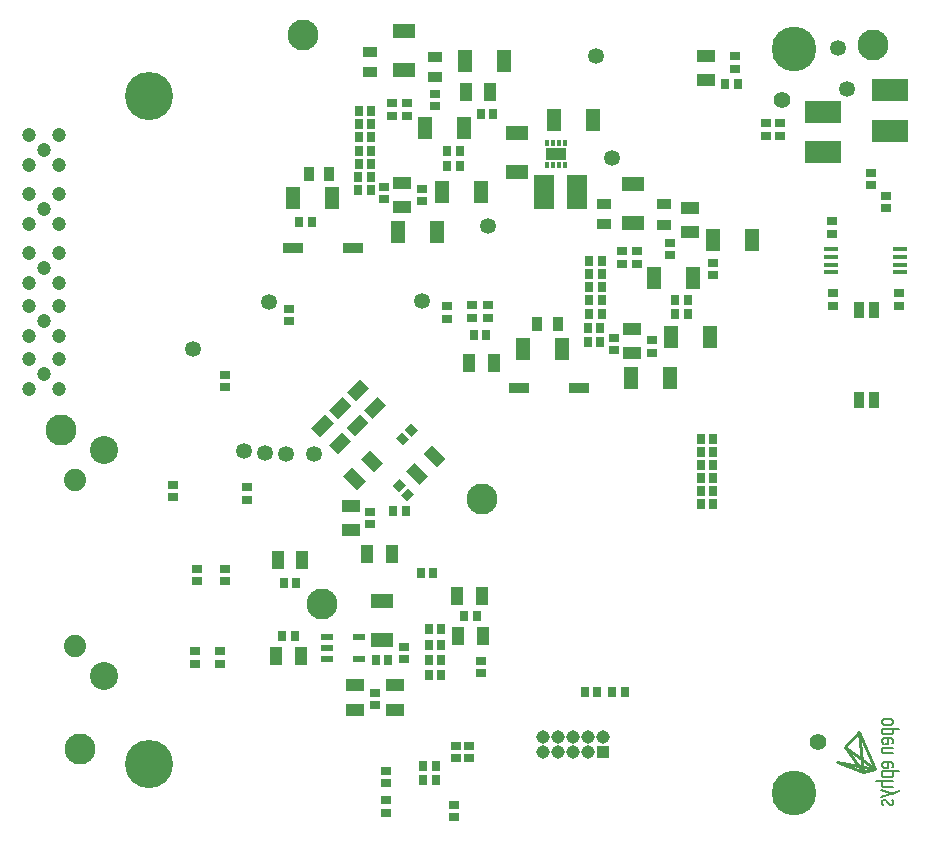
<source format=gbs>
G75*
%MOIN*%
%OFA0B0*%
%FSLAX25Y25*%
%IPPOS*%
%LPD*%
%AMOC8*
5,1,8,0,0,1.08239X$1,22.5*
%
%ADD10C,0.04724*%
%ADD11R,0.03315X0.03015*%
%ADD12R,0.04115X0.06315*%
%ADD13R,0.03015X0.03315*%
%ADD14R,0.05115X0.07715*%
%ADD15R,0.07715X0.05115*%
%ADD16R,0.04515X0.03815*%
%ADD17R,0.03815X0.04515*%
%ADD18C,0.16063*%
%ADD19C,0.07402*%
%ADD20C,0.09370*%
%ADD21R,0.06614X0.03307*%
%ADD22R,0.06315X0.04115*%
%ADD23C,0.05315*%
%ADD24C,0.10315*%
%ADD25R,0.04252X0.02480*%
%ADD26C,0.14915*%
%ADD27C,0.05515*%
%ADD28R,0.05039X0.01693*%
%ADD29R,0.03307X0.05315*%
%ADD30C,0.01083*%
%ADD31C,0.00709*%
%ADD32R,0.06815X0.11315*%
%ADD33R,0.06614X0.03858*%
%ADD34R,0.01299X0.02283*%
%ADD35R,0.04488X0.04488*%
%ADD36C,0.04488*%
%ADD37R,0.12126X0.07402*%
D10*
X0053283Y0260173D03*
X0058283Y0265173D03*
X0053283Y0270173D03*
X0053283Y0277890D03*
X0058283Y0282890D03*
X0053283Y0287890D03*
X0053283Y0295606D03*
X0058283Y0300606D03*
X0053283Y0305606D03*
X0053283Y0315291D03*
X0058283Y0320291D03*
X0053283Y0325291D03*
X0053283Y0334976D03*
X0058283Y0339976D03*
X0053283Y0344976D03*
X0063283Y0344976D03*
X0063283Y0334976D03*
X0063283Y0325291D03*
X0063283Y0315291D03*
X0063283Y0305606D03*
X0063283Y0295606D03*
X0063283Y0287890D03*
X0063283Y0277890D03*
X0063283Y0270173D03*
X0063283Y0260173D03*
D11*
X0101197Y0228297D03*
X0101197Y0224097D03*
X0109071Y0200344D03*
X0109071Y0196144D03*
X0118520Y0196144D03*
X0118520Y0200344D03*
X0126000Y0223309D03*
X0126000Y0227509D03*
X0118520Y0260711D03*
X0118520Y0264911D03*
X0139780Y0282758D03*
X0139780Y0286958D03*
X0166945Y0219242D03*
X0166945Y0215042D03*
X0178362Y0174360D03*
X0178362Y0170160D03*
X0168520Y0159006D03*
X0168520Y0154806D03*
X0172063Y0133021D03*
X0172063Y0128821D03*
X0172063Y0123179D03*
X0172063Y0118979D03*
X0194898Y0117404D03*
X0194898Y0121604D03*
X0195685Y0137089D03*
X0195685Y0141289D03*
X0200016Y0141289D03*
X0200016Y0137089D03*
X0203953Y0165435D03*
X0203953Y0169635D03*
X0206315Y0283939D03*
X0206315Y0288139D03*
X0200803Y0288139D03*
X0200803Y0283939D03*
X0192535Y0283546D03*
X0192535Y0287746D03*
X0184359Y0322812D03*
X0184359Y0327012D03*
X0179150Y0351262D03*
X0179150Y0355462D03*
X0174125Y0355469D03*
X0174125Y0351269D03*
X0171381Y0327613D03*
X0171381Y0323413D03*
X0188591Y0354505D03*
X0188591Y0358705D03*
X0248047Y0277313D03*
X0248047Y0273113D03*
X0250803Y0301853D03*
X0250803Y0306053D03*
X0255724Y0306053D03*
X0255724Y0301853D03*
X0266748Y0304806D03*
X0266748Y0309006D03*
X0260843Y0276525D03*
X0260843Y0272325D03*
X0281118Y0298113D03*
X0281118Y0302313D03*
X0298835Y0344569D03*
X0298835Y0348769D03*
X0303559Y0348769D03*
X0303559Y0344569D03*
X0288598Y0367010D03*
X0288598Y0371210D03*
X0320882Y0316092D03*
X0320882Y0311892D03*
X0321276Y0292076D03*
X0321276Y0287876D03*
X0338735Y0320422D03*
X0338735Y0324622D03*
X0333737Y0328165D03*
X0333737Y0332365D03*
X0343323Y0292076D03*
X0343323Y0287876D03*
X0116945Y0172785D03*
X0116945Y0168585D03*
X0108677Y0168585D03*
X0108677Y0172785D03*
D12*
X0135680Y0171079D03*
X0143880Y0171079D03*
X0144273Y0203362D03*
X0136073Y0203362D03*
G36*
X0151831Y0251680D02*
X0154740Y0248771D01*
X0150277Y0244308D01*
X0147368Y0247217D01*
X0151831Y0251680D01*
G37*
G36*
X0157736Y0257585D02*
X0160645Y0254676D01*
X0156182Y0250213D01*
X0153273Y0253122D01*
X0157736Y0257585D01*
G37*
G36*
X0163642Y0263491D02*
X0166551Y0260582D01*
X0162088Y0256119D01*
X0159179Y0259028D01*
X0163642Y0263491D01*
G37*
G36*
X0169440Y0257692D02*
X0172349Y0254783D01*
X0167886Y0250320D01*
X0164977Y0253229D01*
X0169440Y0257692D01*
G37*
G36*
X0163534Y0251787D02*
X0166443Y0248878D01*
X0161980Y0244415D01*
X0159071Y0247324D01*
X0163534Y0251787D01*
G37*
G36*
X0157629Y0245881D02*
X0160538Y0242972D01*
X0156075Y0238509D01*
X0153166Y0241418D01*
X0157629Y0245881D01*
G37*
G36*
X0165370Y0229607D02*
X0162461Y0226698D01*
X0157998Y0231161D01*
X0160907Y0234070D01*
X0165370Y0229607D01*
G37*
G36*
X0171168Y0235406D02*
X0168259Y0232497D01*
X0163796Y0236960D01*
X0166705Y0239869D01*
X0171168Y0235406D01*
G37*
G36*
X0178864Y0232736D02*
X0181773Y0235645D01*
X0186236Y0231182D01*
X0183327Y0228273D01*
X0178864Y0232736D01*
G37*
G36*
X0184662Y0238534D02*
X0187571Y0241443D01*
X0192034Y0236980D01*
X0189125Y0234071D01*
X0184662Y0238534D01*
G37*
X0199853Y0268717D03*
X0208053Y0268717D03*
X0204116Y0191157D03*
X0204509Y0177772D03*
X0196309Y0177772D03*
X0195916Y0191157D03*
X0174194Y0205331D03*
X0165994Y0205331D03*
X0198827Y0359289D03*
X0207027Y0359289D03*
D13*
X0208021Y0351787D03*
X0203821Y0351787D03*
X0196801Y0339583D03*
X0192601Y0339583D03*
X0192601Y0334661D03*
X0196801Y0334661D03*
X0201459Y0278165D03*
X0205659Y0278165D03*
G36*
X0178398Y0246685D02*
X0180529Y0248816D01*
X0182872Y0246473D01*
X0180741Y0244342D01*
X0178398Y0246685D01*
G37*
G36*
X0175428Y0243716D02*
X0177559Y0245847D01*
X0179902Y0243504D01*
X0177771Y0241373D01*
X0175428Y0243716D01*
G37*
G36*
X0176590Y0230312D02*
X0178721Y0228181D01*
X0176378Y0225838D01*
X0174247Y0227969D01*
X0176590Y0230312D01*
G37*
G36*
X0179559Y0227343D02*
X0181690Y0225212D01*
X0179347Y0222869D01*
X0177216Y0225000D01*
X0179559Y0227343D01*
G37*
X0178887Y0219504D03*
X0174687Y0219504D03*
X0183743Y0199031D03*
X0187943Y0199031D03*
X0186498Y0180134D03*
X0190698Y0180134D03*
X0190698Y0175016D03*
X0186498Y0175016D03*
X0186498Y0169898D03*
X0190698Y0169898D03*
X0190698Y0164780D03*
X0186498Y0164780D03*
X0172982Y0169898D03*
X0168782Y0169898D03*
X0184530Y0134465D03*
X0188730Y0134465D03*
X0188730Y0129740D03*
X0184530Y0129740D03*
X0198309Y0184465D03*
X0202509Y0184465D03*
X0238467Y0159268D03*
X0242667Y0159268D03*
X0247522Y0159268D03*
X0251722Y0159268D03*
X0277050Y0221866D03*
X0281250Y0221866D03*
X0281250Y0226197D03*
X0277050Y0226197D03*
X0277050Y0230528D03*
X0281250Y0230528D03*
X0281250Y0234858D03*
X0277050Y0234858D03*
X0277050Y0239189D03*
X0281250Y0239189D03*
X0281250Y0243520D03*
X0277050Y0243520D03*
X0272785Y0285055D03*
X0268585Y0285055D03*
X0268585Y0289976D03*
X0272785Y0289976D03*
X0285317Y0362024D03*
X0289517Y0362024D03*
X0244045Y0302969D03*
X0239845Y0302969D03*
X0239845Y0298638D03*
X0244045Y0298638D03*
X0244045Y0294110D03*
X0239845Y0294110D03*
X0239845Y0289780D03*
X0244045Y0289780D03*
X0244045Y0285252D03*
X0239845Y0285252D03*
X0239451Y0280528D03*
X0243651Y0280528D03*
X0243651Y0276000D03*
X0239451Y0276000D03*
X0167076Y0326394D03*
X0162876Y0326394D03*
X0162876Y0330921D03*
X0167076Y0330921D03*
X0167259Y0335350D03*
X0163059Y0335350D03*
X0163066Y0339676D03*
X0167266Y0339676D03*
X0167273Y0344110D03*
X0163073Y0344110D03*
X0163073Y0348441D03*
X0167273Y0348441D03*
X0167273Y0352772D03*
X0163073Y0352772D03*
X0147549Y0315882D03*
X0143349Y0315882D03*
X0142273Y0195488D03*
X0138073Y0195488D03*
X0137680Y0177772D03*
X0141880Y0177772D03*
D14*
X0176193Y0312417D03*
X0185051Y0347063D03*
X0190760Y0326000D03*
X0189193Y0312417D03*
X0198051Y0347063D03*
X0203760Y0326000D03*
X0198634Y0369504D03*
X0211634Y0369504D03*
X0228161Y0349819D03*
X0241161Y0349819D03*
X0261429Y0297260D03*
X0267138Y0277378D03*
X0266752Y0263795D03*
X0274429Y0297260D03*
X0281311Y0309858D03*
X0280138Y0277378D03*
X0294311Y0309858D03*
X0253752Y0263795D03*
X0230728Y0273441D03*
X0217728Y0273441D03*
X0154146Y0323928D03*
X0141146Y0323928D03*
D15*
X0178165Y0366547D03*
X0178165Y0379547D03*
X0215764Y0345492D03*
X0215764Y0332492D03*
X0254543Y0328563D03*
X0254543Y0315563D03*
X0170882Y0189390D03*
X0170882Y0176390D03*
D16*
X0188598Y0364135D03*
X0188598Y0370935D03*
X0166846Y0372697D03*
X0166846Y0365897D03*
X0244898Y0321920D03*
X0244898Y0315120D03*
X0264780Y0314923D03*
X0264780Y0321723D03*
D17*
X0229400Y0281709D03*
X0222600Y0281709D03*
X0153310Y0331999D03*
X0146510Y0331999D03*
D18*
X0093323Y0357890D03*
X0093323Y0135252D03*
D19*
X0068520Y0174622D03*
X0068520Y0229740D03*
D20*
X0078362Y0239976D03*
X0078362Y0164386D03*
D21*
X0141354Y0307299D03*
X0161354Y0307299D03*
X0216551Y0260646D03*
X0236551Y0260646D03*
D22*
X0254346Y0272097D03*
X0254346Y0280297D03*
X0273638Y0312451D03*
X0273638Y0320651D03*
X0278756Y0363042D03*
X0278756Y0371242D03*
X0177575Y0328919D03*
X0177575Y0320719D03*
X0160646Y0221242D03*
X0160646Y0213042D03*
X0161827Y0161399D03*
X0161827Y0153199D03*
X0175213Y0153199D03*
X0175213Y0161399D03*
D23*
X0148047Y0238402D03*
X0138835Y0238618D03*
X0131787Y0238874D03*
X0124819Y0239583D03*
X0107890Y0273441D03*
X0133087Y0289189D03*
X0184268Y0289583D03*
X0206118Y0314583D03*
X0242142Y0371079D03*
X0247457Y0337220D03*
X0322850Y0373835D03*
X0326000Y0360055D03*
D24*
X0070094Y0140370D03*
X0063795Y0246669D03*
X0144504Y0378165D03*
X0204346Y0223441D03*
X0150803Y0188402D03*
X0334661Y0375016D03*
D25*
X0163205Y0177575D03*
X0163205Y0170094D03*
X0152575Y0170094D03*
X0152575Y0173835D03*
X0152575Y0177575D03*
D26*
X0308157Y0125425D03*
X0308157Y0373425D03*
D27*
X0304150Y0356475D03*
X0316157Y0142475D03*
D28*
X0320390Y0299130D03*
X0320390Y0301689D03*
X0320390Y0304248D03*
X0320390Y0306807D03*
X0343421Y0306807D03*
X0343421Y0304248D03*
X0343421Y0301689D03*
X0343421Y0299130D03*
D29*
X0334799Y0286472D03*
X0329799Y0286472D03*
X0329799Y0256472D03*
X0334799Y0256472D03*
D30*
X0329937Y0145882D02*
X0325213Y0140764D01*
X0335055Y0133677D01*
X0322457Y0136039D01*
X0331118Y0132496D01*
X0325213Y0140764D01*
X0329937Y0145882D02*
X0331118Y0132496D01*
X0335055Y0133677D01*
X0329937Y0145882D01*
D31*
X0337654Y0145843D02*
X0337654Y0147024D01*
X0341118Y0147024D01*
X0341118Y0145843D01*
X0341116Y0145792D01*
X0341111Y0145742D01*
X0341102Y0145692D01*
X0341089Y0145643D01*
X0341073Y0145595D01*
X0341054Y0145548D01*
X0341031Y0145503D01*
X0341005Y0145460D01*
X0340977Y0145418D01*
X0340945Y0145379D01*
X0340910Y0145342D01*
X0340873Y0145307D01*
X0340834Y0145275D01*
X0340792Y0145247D01*
X0340749Y0145221D01*
X0340704Y0145198D01*
X0340657Y0145179D01*
X0340609Y0145163D01*
X0340560Y0145150D01*
X0340510Y0145141D01*
X0340460Y0145136D01*
X0340409Y0145134D01*
X0338362Y0145134D01*
X0338311Y0145136D01*
X0338261Y0145141D01*
X0338211Y0145150D01*
X0338162Y0145163D01*
X0338114Y0145179D01*
X0338067Y0145198D01*
X0338022Y0145221D01*
X0337979Y0145247D01*
X0337937Y0145275D01*
X0337898Y0145307D01*
X0337861Y0145342D01*
X0337826Y0145379D01*
X0337794Y0145418D01*
X0337766Y0145460D01*
X0337740Y0145503D01*
X0337717Y0145548D01*
X0337698Y0145595D01*
X0337682Y0145643D01*
X0337669Y0145692D01*
X0337660Y0145742D01*
X0337655Y0145792D01*
X0337653Y0145843D01*
X0338362Y0143835D02*
X0340409Y0143835D01*
X0340460Y0143833D01*
X0340510Y0143828D01*
X0340560Y0143819D01*
X0340609Y0143806D01*
X0340657Y0143790D01*
X0340704Y0143771D01*
X0340749Y0143748D01*
X0340792Y0143722D01*
X0340834Y0143694D01*
X0340873Y0143662D01*
X0340910Y0143627D01*
X0340945Y0143590D01*
X0340977Y0143551D01*
X0341005Y0143509D01*
X0341031Y0143466D01*
X0341054Y0143421D01*
X0341073Y0143374D01*
X0341089Y0143326D01*
X0341102Y0143277D01*
X0341111Y0143227D01*
X0341116Y0143177D01*
X0341118Y0143126D01*
X0341118Y0142417D01*
X0341119Y0142417D02*
X0341117Y0142386D01*
X0341112Y0142356D01*
X0341104Y0142326D01*
X0341092Y0142297D01*
X0341077Y0142270D01*
X0341059Y0142245D01*
X0341038Y0142222D01*
X0341015Y0142201D01*
X0340990Y0142183D01*
X0340963Y0142168D01*
X0340934Y0142156D01*
X0340904Y0142148D01*
X0340874Y0142143D01*
X0340843Y0142141D01*
X0339386Y0141945D02*
X0338441Y0141945D01*
X0338362Y0141945D02*
X0338311Y0141947D01*
X0338261Y0141952D01*
X0338211Y0141961D01*
X0338162Y0141974D01*
X0338114Y0141990D01*
X0338067Y0142009D01*
X0338022Y0142032D01*
X0337979Y0142058D01*
X0337937Y0142086D01*
X0337898Y0142118D01*
X0337861Y0142153D01*
X0337826Y0142190D01*
X0337794Y0142229D01*
X0337766Y0142271D01*
X0337740Y0142314D01*
X0337717Y0142359D01*
X0337698Y0142406D01*
X0337682Y0142454D01*
X0337669Y0142503D01*
X0337660Y0142553D01*
X0337655Y0142603D01*
X0337653Y0142654D01*
X0337654Y0142654D02*
X0337654Y0143126D01*
X0337653Y0143126D02*
X0337655Y0143177D01*
X0337660Y0143227D01*
X0337669Y0143277D01*
X0337682Y0143326D01*
X0337698Y0143374D01*
X0337717Y0143421D01*
X0337740Y0143466D01*
X0337766Y0143509D01*
X0337794Y0143551D01*
X0337826Y0143590D01*
X0337861Y0143627D01*
X0337898Y0143662D01*
X0337937Y0143694D01*
X0337979Y0143722D01*
X0338022Y0143748D01*
X0338067Y0143771D01*
X0338114Y0143790D01*
X0338162Y0143806D01*
X0338211Y0143819D01*
X0338261Y0143828D01*
X0338311Y0143833D01*
X0338362Y0143835D01*
X0339386Y0143598D02*
X0339386Y0141945D01*
X0337654Y0140606D02*
X0341118Y0140606D01*
X0341118Y0138717D02*
X0338362Y0138717D01*
X0338362Y0138716D02*
X0338311Y0138718D01*
X0338261Y0138723D01*
X0338211Y0138732D01*
X0338162Y0138745D01*
X0338114Y0138761D01*
X0338067Y0138780D01*
X0338022Y0138803D01*
X0337979Y0138829D01*
X0337937Y0138857D01*
X0337898Y0138889D01*
X0337861Y0138924D01*
X0337826Y0138961D01*
X0337794Y0139000D01*
X0337766Y0139042D01*
X0337740Y0139085D01*
X0337717Y0139130D01*
X0337698Y0139177D01*
X0337682Y0139225D01*
X0337669Y0139274D01*
X0337660Y0139324D01*
X0337655Y0139374D01*
X0337653Y0139425D01*
X0337654Y0139425D02*
X0337654Y0140606D01*
X0338362Y0135882D02*
X0340409Y0135882D01*
X0340460Y0135880D01*
X0340510Y0135875D01*
X0340560Y0135866D01*
X0340609Y0135853D01*
X0340657Y0135837D01*
X0340704Y0135818D01*
X0340749Y0135795D01*
X0340792Y0135769D01*
X0340834Y0135741D01*
X0340873Y0135709D01*
X0340910Y0135674D01*
X0340945Y0135637D01*
X0340977Y0135598D01*
X0341005Y0135556D01*
X0341031Y0135513D01*
X0341054Y0135468D01*
X0341073Y0135421D01*
X0341089Y0135373D01*
X0341102Y0135324D01*
X0341111Y0135274D01*
X0341116Y0135224D01*
X0341118Y0135173D01*
X0341118Y0134465D01*
X0341119Y0134465D02*
X0341117Y0134434D01*
X0341112Y0134404D01*
X0341104Y0134374D01*
X0341092Y0134345D01*
X0341077Y0134318D01*
X0341059Y0134293D01*
X0341038Y0134270D01*
X0341015Y0134249D01*
X0340990Y0134231D01*
X0340963Y0134216D01*
X0340934Y0134204D01*
X0340904Y0134196D01*
X0340874Y0134191D01*
X0340843Y0134189D01*
X0339386Y0133992D02*
X0339386Y0135646D01*
X0338362Y0135882D02*
X0338311Y0135880D01*
X0338261Y0135875D01*
X0338211Y0135866D01*
X0338162Y0135853D01*
X0338114Y0135837D01*
X0338067Y0135818D01*
X0338022Y0135795D01*
X0337979Y0135769D01*
X0337937Y0135741D01*
X0337898Y0135709D01*
X0337861Y0135674D01*
X0337826Y0135637D01*
X0337794Y0135598D01*
X0337766Y0135556D01*
X0337740Y0135513D01*
X0337717Y0135468D01*
X0337698Y0135421D01*
X0337682Y0135373D01*
X0337669Y0135324D01*
X0337660Y0135274D01*
X0337655Y0135224D01*
X0337653Y0135173D01*
X0337654Y0135173D02*
X0337654Y0134701D01*
X0337653Y0134701D02*
X0337655Y0134650D01*
X0337660Y0134600D01*
X0337669Y0134550D01*
X0337682Y0134501D01*
X0337698Y0134453D01*
X0337717Y0134406D01*
X0337740Y0134361D01*
X0337766Y0134318D01*
X0337794Y0134276D01*
X0337826Y0134237D01*
X0337861Y0134200D01*
X0337898Y0134165D01*
X0337937Y0134133D01*
X0337979Y0134105D01*
X0338022Y0134079D01*
X0338067Y0134056D01*
X0338114Y0134037D01*
X0338162Y0134021D01*
X0338211Y0134008D01*
X0338261Y0133999D01*
X0338311Y0133994D01*
X0338362Y0133992D01*
X0338441Y0133992D02*
X0339386Y0133992D01*
X0337654Y0132732D02*
X0341118Y0132732D01*
X0341118Y0131551D01*
X0341116Y0131500D01*
X0341111Y0131450D01*
X0341102Y0131400D01*
X0341089Y0131351D01*
X0341073Y0131303D01*
X0341054Y0131256D01*
X0341031Y0131211D01*
X0341005Y0131168D01*
X0340977Y0131126D01*
X0340945Y0131087D01*
X0340910Y0131050D01*
X0340873Y0131015D01*
X0340834Y0130983D01*
X0340792Y0130955D01*
X0340749Y0130929D01*
X0340704Y0130906D01*
X0340657Y0130887D01*
X0340609Y0130871D01*
X0340560Y0130858D01*
X0340510Y0130849D01*
X0340460Y0130844D01*
X0340409Y0130842D01*
X0340409Y0130843D02*
X0338362Y0130843D01*
X0338362Y0130842D02*
X0338311Y0130844D01*
X0338261Y0130849D01*
X0338211Y0130858D01*
X0338162Y0130871D01*
X0338114Y0130887D01*
X0338067Y0130906D01*
X0338022Y0130929D01*
X0337979Y0130955D01*
X0337937Y0130983D01*
X0337898Y0131015D01*
X0337861Y0131050D01*
X0337826Y0131087D01*
X0337794Y0131126D01*
X0337766Y0131168D01*
X0337740Y0131211D01*
X0337717Y0131256D01*
X0337698Y0131303D01*
X0337682Y0131351D01*
X0337669Y0131400D01*
X0337660Y0131450D01*
X0337655Y0131500D01*
X0337653Y0131551D01*
X0337654Y0131551D02*
X0337654Y0132732D01*
X0341157Y0132732D02*
X0343205Y0132732D01*
X0341079Y0129425D02*
X0335488Y0129425D01*
X0337654Y0129150D02*
X0337654Y0128244D01*
X0337653Y0128244D02*
X0337655Y0128193D01*
X0337660Y0128143D01*
X0337669Y0128093D01*
X0337682Y0128044D01*
X0337698Y0127996D01*
X0337717Y0127949D01*
X0337740Y0127904D01*
X0337766Y0127861D01*
X0337794Y0127819D01*
X0337826Y0127780D01*
X0337861Y0127743D01*
X0337898Y0127708D01*
X0337937Y0127676D01*
X0337979Y0127648D01*
X0338022Y0127622D01*
X0338067Y0127599D01*
X0338114Y0127580D01*
X0338162Y0127564D01*
X0338211Y0127551D01*
X0338261Y0127542D01*
X0338311Y0127537D01*
X0338362Y0127535D01*
X0341118Y0127496D01*
X0341079Y0125331D02*
X0337299Y0126630D01*
X0337299Y0124110D02*
X0342614Y0125764D01*
X0342693Y0125803D02*
X0343087Y0126079D01*
X0343165Y0126433D01*
X0343165Y0126630D01*
X0340921Y0123205D02*
X0340843Y0123205D01*
X0340921Y0123205D02*
X0341039Y0123126D01*
X0341157Y0122929D01*
X0341236Y0122772D01*
X0341236Y0122732D02*
X0341236Y0122260D01*
X0341237Y0122260D02*
X0341235Y0122209D01*
X0341230Y0122159D01*
X0341221Y0122109D01*
X0341208Y0122060D01*
X0341192Y0122012D01*
X0341173Y0121965D01*
X0341150Y0121920D01*
X0341124Y0121877D01*
X0341096Y0121835D01*
X0341064Y0121796D01*
X0341029Y0121759D01*
X0340992Y0121724D01*
X0340953Y0121692D01*
X0340911Y0121664D01*
X0340868Y0121638D01*
X0340823Y0121615D01*
X0340776Y0121596D01*
X0340728Y0121580D01*
X0340679Y0121567D01*
X0340629Y0121558D01*
X0340579Y0121553D01*
X0340528Y0121551D01*
X0340488Y0121551D02*
X0340291Y0121551D01*
X0340094Y0121591D01*
X0339740Y0121945D01*
X0339268Y0122575D01*
X0339346Y0122457D02*
X0338874Y0123087D01*
X0338638Y0123244D01*
X0338441Y0123283D01*
X0338244Y0123283D01*
X0338205Y0123284D02*
X0338154Y0123282D01*
X0338104Y0123277D01*
X0338054Y0123268D01*
X0338005Y0123255D01*
X0337957Y0123239D01*
X0337910Y0123220D01*
X0337865Y0123197D01*
X0337822Y0123171D01*
X0337780Y0123143D01*
X0337741Y0123111D01*
X0337704Y0123076D01*
X0337669Y0123039D01*
X0337637Y0123000D01*
X0337609Y0122958D01*
X0337583Y0122915D01*
X0337560Y0122870D01*
X0337541Y0122823D01*
X0337525Y0122775D01*
X0337512Y0122726D01*
X0337503Y0122676D01*
X0337498Y0122626D01*
X0337496Y0122575D01*
X0337496Y0122102D01*
X0337496Y0122063D02*
X0337575Y0121906D01*
X0337693Y0121709D01*
X0337811Y0121630D01*
X0337890Y0121630D01*
X0341157Y0147024D02*
X0343205Y0147024D01*
X0341118Y0149031D02*
X0341118Y0149504D01*
X0341116Y0149555D01*
X0341111Y0149605D01*
X0341102Y0149655D01*
X0341089Y0149704D01*
X0341073Y0149752D01*
X0341054Y0149799D01*
X0341031Y0149844D01*
X0341005Y0149887D01*
X0340977Y0149929D01*
X0340945Y0149968D01*
X0340910Y0150005D01*
X0340873Y0150040D01*
X0340834Y0150072D01*
X0340792Y0150100D01*
X0340749Y0150126D01*
X0340704Y0150149D01*
X0340657Y0150168D01*
X0340609Y0150184D01*
X0340560Y0150197D01*
X0340510Y0150206D01*
X0340460Y0150211D01*
X0340409Y0150213D01*
X0338362Y0150213D01*
X0338311Y0150211D01*
X0338261Y0150206D01*
X0338211Y0150197D01*
X0338162Y0150184D01*
X0338114Y0150168D01*
X0338067Y0150149D01*
X0338022Y0150126D01*
X0337979Y0150100D01*
X0337937Y0150072D01*
X0337898Y0150040D01*
X0337861Y0150005D01*
X0337826Y0149968D01*
X0337794Y0149929D01*
X0337766Y0149887D01*
X0337740Y0149844D01*
X0337717Y0149799D01*
X0337698Y0149752D01*
X0337682Y0149704D01*
X0337669Y0149655D01*
X0337660Y0149605D01*
X0337655Y0149555D01*
X0337653Y0149504D01*
X0337654Y0149504D02*
X0337654Y0149031D01*
X0337653Y0149031D02*
X0337655Y0148980D01*
X0337660Y0148930D01*
X0337669Y0148880D01*
X0337682Y0148831D01*
X0337698Y0148783D01*
X0337717Y0148736D01*
X0337740Y0148691D01*
X0337766Y0148648D01*
X0337794Y0148606D01*
X0337826Y0148567D01*
X0337861Y0148530D01*
X0337898Y0148495D01*
X0337937Y0148463D01*
X0337979Y0148435D01*
X0338022Y0148409D01*
X0338067Y0148386D01*
X0338114Y0148367D01*
X0338162Y0148351D01*
X0338211Y0148338D01*
X0338261Y0148329D01*
X0338311Y0148324D01*
X0338362Y0148322D01*
X0338362Y0148323D02*
X0340409Y0148323D01*
X0340409Y0148322D02*
X0340460Y0148324D01*
X0340510Y0148329D01*
X0340560Y0148338D01*
X0340609Y0148351D01*
X0340657Y0148367D01*
X0340704Y0148386D01*
X0340749Y0148409D01*
X0340792Y0148435D01*
X0340834Y0148463D01*
X0340873Y0148495D01*
X0340910Y0148530D01*
X0340945Y0148567D01*
X0340977Y0148606D01*
X0341005Y0148648D01*
X0341031Y0148691D01*
X0341054Y0148736D01*
X0341073Y0148783D01*
X0341089Y0148831D01*
X0341102Y0148880D01*
X0341111Y0148930D01*
X0341116Y0148980D01*
X0341118Y0149031D01*
D32*
X0236028Y0325803D03*
X0225028Y0325803D03*
D33*
X0228953Y0338598D03*
D34*
X0229937Y0334858D03*
X0227969Y0334858D03*
X0226000Y0334858D03*
X0226000Y0342339D03*
X0227969Y0342339D03*
X0229937Y0342339D03*
X0231906Y0342339D03*
X0231906Y0334858D03*
D35*
X0244533Y0139159D03*
D36*
X0239533Y0139159D03*
X0234533Y0139159D03*
X0229533Y0139159D03*
X0224533Y0139159D03*
X0224533Y0144159D03*
X0229533Y0144159D03*
X0234533Y0144159D03*
X0239533Y0144159D03*
X0244533Y0144159D03*
D37*
X0317732Y0339091D03*
X0317732Y0352673D03*
X0340173Y0346177D03*
X0340173Y0359760D03*
M02*

</source>
